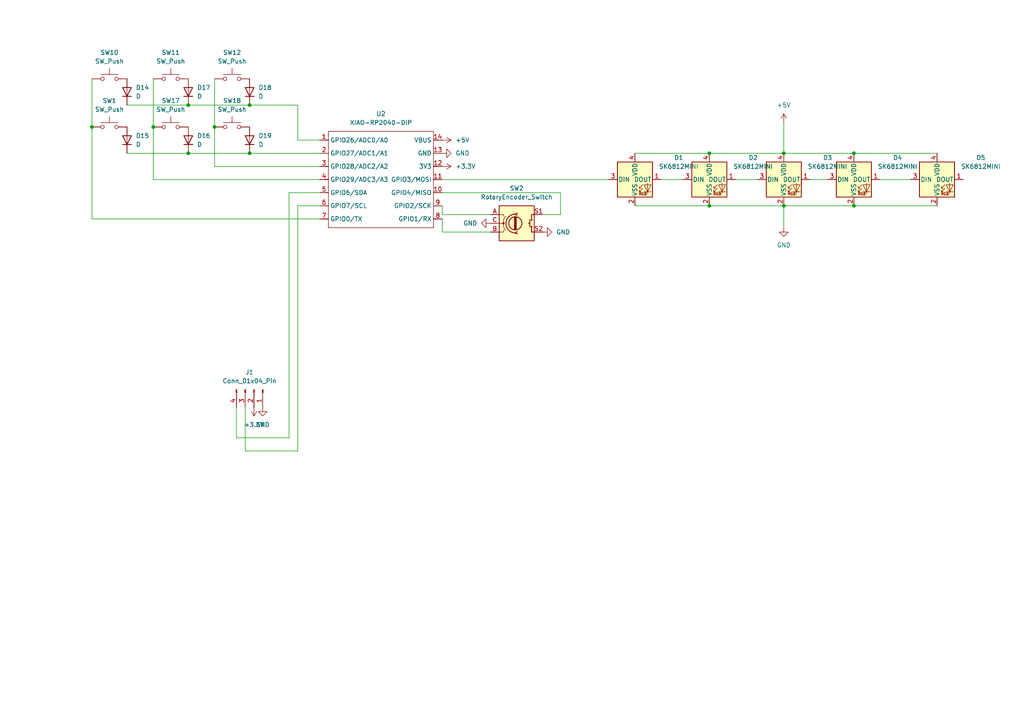
<source format=kicad_sch>
(kicad_sch (version 20231120) (generator "eeschema") (generator_version "8.0")
  (paper "A4")
  (lib_symbols
    (symbol "Connector:Conn_01x04_Pin" (pin_names (offset 1.016) hide)
      (property "Reference" "J" (at 0 5.08 0))
      (property "Value" "Conn_01x04_Pin" (at 0 -7.62 0))
      (symbol "Conn_01x04_Pin_1_1"
        (polyline (pts (xy 1.27 -5.08) (xy 0.8636 -5.08)) (stroke (width 0.1524)))
        (polyline (pts (xy 1.27 -2.54) (xy 0.8636 -2.54)) (stroke (width 0.1524)))
        (polyline (pts (xy 1.27 0) (xy 0.8636 0)) (stroke (width 0.1524)))
        (polyline (pts (xy 1.27 2.54) (xy 0.8636 2.54)) (stroke (width 0.1524)))
        (rectangle (start 0.8636 -4.953) (end 0 -5.207) (stroke (width 0.1524)) (fill (type outline)))
        (rectangle (start 0.8636 -2.413) (end 0 -2.667) (stroke (width 0.1524)) (fill (type outline)))
        (rectangle (start 0.8636 0.127) (end 0 -0.127) (stroke (width 0.1524)) (fill (type outline)))
        (rectangle (start 0.8636 2.667) (end 0 2.413) (stroke (width 0.1524)) (fill (type outline)))
        (pin passive line (at 5.08 2.54 180) (length 3.81) (name "Pin_1") (number "1"))
        (pin passive line (at 5.08 0 180) (length 3.81) (name "Pin_2") (number "2"))
        (pin passive line (at 5.08 -2.54 180) (length 3.81) (name "Pin_3") (number "3"))
        (pin passive line (at 5.08 -5.08 180) (length 3.81) (name "Pin_4") (number "4"))
      )
    )
    (symbol "Device:D" (pin_numbers hide) (pin_names (offset 1.016) hide)
      (property "Reference" "D" (at 0 2.54 0))
      (property "Value" "D" (at 0 -2.54 0))
      (symbol "D_0_1"
        (polyline (pts (xy -1.27 1.27) (xy -1.27 -1.27)) (stroke (width 0.254)))
        (polyline (pts (xy 1.27 0) (xy -1.27 0)))
        (polyline (pts (xy 1.27 1.27) (xy 1.27 -1.27) (xy -1.27 0) (xy 1.27 1.27)) (stroke (width 0.254)))
      )
      (symbol "D_1_1"
        (pin passive line (at -3.81 0 0) (length 2.54) (name "K") (number "1"))
        (pin passive line (at 3.81 0 180) (length 2.54) (name "A") (number "2"))
      )
    )
    (symbol "Device:RotaryEncoder_Switch" (pin_names (offset 0.254) hide)
      (property "Reference" "SW" (at 0 6.604 0))
      (property "Value" "RotaryEncoder_Switch" (at 0 -6.604 0))
      (symbol "RotaryEncoder_Switch_0_1"
        (rectangle (start -5.08 5.08) (end 5.08 -5.08) (stroke (width 0.254)) (fill (type background)))
        (circle (center -3.81 0) (radius 0.254) (fill (type outline)))
        (circle (center -0.381 0) (radius 1.905) (stroke (width 0.254)))
        (arc (start -0.381 2.667) (mid -3.0988 -0.0635) (end -0.381 -2.794) (stroke (width 0.254)))
        (polyline (pts (xy -0.635 -1.778) (xy -0.635 1.778)) (stroke (width 0.254)))
        (polyline (pts (xy -0.381 -1.778) (xy -0.381 1.778)) (stroke (width 0.254)))
        (polyline (pts (xy -0.127 1.778) (xy -0.127 -1.778)) (stroke (width 0.254)))
        (polyline (pts (xy 3.81 0) (xy 3.429 0)) (stroke (width 0.254)))
        (polyline (pts (xy 3.81 1.016) (xy 3.81 -1.016)) (stroke (width 0.254)))
        (polyline (pts (xy -5.08 -2.54) (xy -3.81 -2.54) (xy -3.81 -2.032)))
        (polyline (pts (xy -5.08 2.54) (xy -3.81 2.54) (xy -3.81 2.032)))
        (polyline (pts (xy 0.254 -3.048) (xy -0.508 -2.794) (xy 0.127 -2.413)) (stroke (width 0.254)))
        (polyline (pts (xy 0.254 2.921) (xy -0.508 2.667) (xy 0.127 2.286)) (stroke (width 0.254)))
        (polyline (pts (xy 5.08 -2.54) (xy 4.318 -2.54) (xy 4.318 -1.016)) (stroke (width 0.254)))
        (polyline (pts (xy 5.08 2.54) (xy 4.318 2.54) (xy 4.318 1.016)) (stroke (width 0.254)))
        (polyline (pts (xy -5.08 0) (xy -3.81 0) (xy -3.81 -1.016) (xy -3.302 -2.032)))
        (polyline (pts (xy -4.318 0) (xy -3.81 0) (xy -3.81 1.016) (xy -3.302 2.032)))
        (circle (center 4.318 -1.016) (radius 0.127) (stroke (width 0.254)))
        (circle (center 4.318 1.016) (radius 0.127) (stroke (width 0.254)))
      )
      (symbol "RotaryEncoder_Switch_1_1"
        (pin passive line (at -7.62 2.54 0) (length 2.54) (name "A") (number "A"))
        (pin passive line (at -7.62 -2.54 0) (length 2.54) (name "B") (number "B"))
        (pin passive line (at -7.62 0 0) (length 2.54) (name "C") (number "C"))
        (pin passive line (at 7.62 2.54 180) (length 2.54) (name "S1") (number "S1"))
        (pin passive line (at 7.62 -2.54 180) (length 2.54) (name "S2") (number "S2"))
      )
    )
    (symbol "LED:SK6812MINI" (pin_names (offset 0.254))
      (property "Reference" "D" (at 5.08 5.715 0))
      (property "Value" "SK6812MINI" (at 1.27 -5.715 0))
      (symbol "SK6812MINI_0_0"
        (text "RGB" (at 2.286 -4.191 0) (effects (font (size 0.762 0.762))))
      )
      (symbol "SK6812MINI_0_1"
        (polyline (pts (xy 1.27 -3.556) (xy 1.778 -3.556)))
        (polyline (pts (xy 1.27 -2.54) (xy 1.778 -2.54)))
        (polyline (pts (xy 4.699 -3.556) (xy 2.667 -3.556)))
        (polyline (pts (xy 2.286 -2.54) (xy 1.27 -3.556) (xy 1.27 -3.048)))
        (polyline (pts (xy 2.286 -1.524) (xy 1.27 -2.54) (xy 1.27 -2.032)))
        (polyline (pts (xy 3.683 -1.016) (xy 3.683 -3.556) (xy 3.683 -4.064)))
        (polyline (pts (xy 4.699 -1.524) (xy 2.667 -1.524) (xy 3.683 -3.556) (xy 4.699 -1.524)))
        (rectangle (start 5.08 5.08) (end -5.08 -5.08) (stroke (width 0.254)) (fill (type background)))
      )
      (symbol "SK6812MINI_1_1"
        (pin output line (at 7.62 0 180) (length 2.54) (name "DOUT") (number "1"))
        (pin power_in line (at 0 -7.62 90) (length 2.54) (name "VSS") (number "2"))
        (pin input line (at -7.62 0 0) (length 2.54) (name "DIN") (number "3"))
        (pin power_in line (at 0 7.62 270) (length 2.54) (name "VDD") (number "4"))
      )
    )
    (symbol "OPL:XIAO-RP2040-DIP"
      (property "Reference" "U" (at 0 0 0))
      (property "Value" "XIAO-RP2040-DIP" (at 5.334 -1.778 0))
      (symbol "XIAO-RP2040-DIP_1_0"
        (polyline (pts (xy -1.27 -30.48) (xy -1.27 -16.51)) (stroke (width 0.1524)))
        (polyline (pts (xy -1.27 -27.94) (xy -2.54 -27.94)) (stroke (width 0.1524)))
        (polyline (pts (xy -1.27 -24.13) (xy -2.54 -24.13)) (stroke (width 0.1524)))
        (polyline (pts (xy -1.27 -20.32) (xy -2.54 -20.32)) (stroke (width 0.1524)))
        (polyline (pts (xy -1.27 -16.51) (xy -2.54 -16.51)) (stroke (width 0.1524)))
        (polyline (pts (xy -1.27 -16.51) (xy -1.27 -12.7)) (stroke (width 0.1524)))
        (polyline (pts (xy -1.27 -12.7) (xy -2.54 -12.7)) (stroke (width 0.1524)))
        (polyline (pts (xy -1.27 -12.7) (xy -1.27 -8.89)) (stroke (width 0.1524)))
        (polyline (pts (xy -1.27 -8.89) (xy -2.54 -8.89)) (stroke (width 0.1524)))
        (polyline (pts (xy -1.27 -8.89) (xy -1.27 -5.08)) (stroke (width 0.1524)))
        (polyline (pts (xy -1.27 -5.08) (xy -2.54 -5.08)) (stroke (width 0.1524)))
        (polyline (pts (xy -1.27 -5.08) (xy -1.27 -2.54)) (stroke (width 0.1524)))
        (polyline (pts (xy -1.27 -2.54) (xy 29.21 -2.54)) (stroke (width 0.1524)))
        (polyline (pts (xy 29.21 -30.48) (xy -1.27 -30.48)) (stroke (width 0.1524)))
        (polyline (pts (xy 29.21 -12.7) (xy 29.21 -30.48)) (stroke (width 0.1524)))
        (polyline (pts (xy 29.21 -8.89) (xy 29.21 -12.7)) (stroke (width 0.1524)))
        (polyline (pts (xy 29.21 -5.08) (xy 29.21 -8.89)) (stroke (width 0.1524)))
        (polyline (pts (xy 29.21 -2.54) (xy 29.21 -5.08)) (stroke (width 0.1524)))
        (polyline (pts (xy 30.48 -27.94) (xy 29.21 -27.94)) (stroke (width 0.1524)))
        (polyline (pts (xy 30.48 -24.13) (xy 29.21 -24.13)) (stroke (width 0.1524)))
        (polyline (pts (xy 30.48 -20.32) (xy 29.21 -20.32)) (stroke (width 0.1524)))
        (polyline (pts (xy 30.48 -16.51) (xy 29.21 -16.51)) (stroke (width 0.1524)))
        (polyline (pts (xy 30.48 -12.7) (xy 29.21 -12.7)) (stroke (width 0.1524)))
        (polyline (pts (xy 30.48 -8.89) (xy 29.21 -8.89)) (stroke (width 0.1524)))
        (polyline (pts (xy 30.48 -5.08) (xy 29.21 -5.08)) (stroke (width 0.1524)))
        (pin passive line (at -3.81 -5.08 0) (length 2.54) (name "GPIO26/ADC0/A0") (number "1"))
        (pin passive line (at 31.75 -20.32 180) (length 2.54) (name "GPIO4/MISO") (number "10"))
        (pin passive line (at 31.75 -16.51 180) (length 2.54) (name "GPIO3/MOSI") (number "11"))
        (pin passive line (at 31.75 -12.7 180) (length 2.54) (name "3V3") (number "12"))
        (pin passive line (at 31.75 -8.89 180) (length 2.54) (name "GND") (number "13"))
        (pin passive line (at 31.75 -5.08 180) (length 2.54) (name "VBUS") (number "14"))
        (pin passive line (at -3.81 -8.89 0) (length 2.54) (name "GPIO27/ADC1/A1") (number "2"))
        (pin passive line (at -3.81 -12.7 0) (length 2.54) (name "GPIO28/ADC2/A2") (number "3"))
        (pin passive line (at -3.81 -16.51 0) (length 2.54) (name "GPIO29/ADC3/A3") (number "4"))
        (pin passive line (at -3.81 -20.32 0) (length 2.54) (name "GPIO6/SDA") (number "5"))
        (pin passive line (at -3.81 -24.13 0) (length 2.54) (name "GPIO7/SCL") (number "6"))
        (pin passive line (at -3.81 -27.94 0) (length 2.54) (name "GPIO0/TX") (number "7"))
        (pin passive line (at 31.75 -27.94 180) (length 2.54) (name "GPIO1/RX") (number "8"))
        (pin passive line (at 31.75 -24.13 180) (length 2.54) (name "GPIO2/SCK") (number "9"))
      )
    )
    (symbol "Switch:SW_Push" (pin_numbers hide) (pin_names (offset 1.016) hide)
      (property "Reference" "SW" (at 1.27 2.54 0))
      (property "Value" "SW_Push" (at 0 -1.524 0))
      (symbol "SW_Push_0_1"
        (circle (center -2.032 0) (radius 0.508))
        (polyline (pts (xy 0 1.27) (xy 0 3.048)))
        (polyline (pts (xy 2.54 1.27) (xy -2.54 1.27)))
        (circle (center 2.032 0) (radius 0.508))
        (pin passive line (at -5.08 0 0) (length 2.54) (name "1") (number "1"))
        (pin passive line (at 5.08 0 180) (length 2.54) (name "2") (number "2"))
      )
    )
    (symbol "power:+3.3V" (power) (pin_numbers hide) (pin_names (offset 0) hide)
      (property "Value" "+3.3V" (at 0 3.556 0))
      (symbol "+3.3V_0_1"
        (polyline (pts (xy -0.762 1.27) (xy 0 2.54)))
        (polyline (pts (xy 0 0) (xy 0 2.54)))
        (polyline (pts (xy 0 2.54) (xy 0.762 1.27)))
      )
      (symbol "+3.3V_1_1"
        (pin power_in line (at 0 0 90) (length 0) (name "~") (number "1"))
      )
    )
    (symbol "power:+5V" (power) (pin_numbers hide) (pin_names (offset 0) hide)
      (property "Value" "+5V" (at 0 3.556 0))
      (symbol "+5V_0_1"
        (polyline (pts (xy -0.762 1.27) (xy 0 2.54)))
        (polyline (pts (xy 0 0) (xy 0 2.54)))
        (polyline (pts (xy 0 2.54) (xy 0.762 1.27)))
      )
      (symbol "+5V_1_1"
        (pin power_in line (at 0 0 90) (length 0) (name "~") (number "1"))
      )
    )
    (symbol "power:GND" (power) (pin_numbers hide) (pin_names (offset 0) hide)
      (property "Value" "GND" (at 0 -3.81 0))
      (symbol "GND_0_1"
        (polyline (pts (xy 0 0) (xy 0 -1.27) (xy 1.27 -1.27) (xy 0 -2.54) (xy -1.27 -1.27) (xy 0 -1.27)))
      )
      (symbol "GND_1_1"
        (pin power_in line (at 0 0 270) (length 0) (name "~") (number "1"))
      )
    )
  )
  (junction (at 26.67 36.83))
  (junction (at 227.33 59.69))
  (junction (at 247.65 44.45))
  (junction (at 205.74 59.69))
  (junction (at 54.61 30.48))
  (junction (at 44.45 36.83))
  (junction (at 247.65 59.69))
  (junction (at 54.61 44.45))
  (junction (at 62.23 36.83))
  (junction (at 205.74 44.45))
  (junction (at 72.39 44.45))
  (junction (at 227.33 44.45))
  (junction (at 72.39 30.48))
  (wire (pts (xy 62.23 22.86) (xy 62.23 36.83)))
  (wire (pts (xy 162.56 62.23) (xy 162.56 55.88)))
  (wire (pts (xy 128.27 52.07) (xy 176.53 52.07)))
  (wire (pts (xy 83.82 55.88) (xy 92.71 55.88)))
  (wire (pts (xy 227.33 35.56) (xy 227.33 44.45)))
  (wire (pts (xy 86.36 130.81) (xy 86.36 59.69)))
  (wire (pts (xy 86.36 40.64) (xy 86.36 30.48)))
  (wire (pts (xy 157.48 62.23) (xy 162.56 62.23)))
  (wire (pts (xy 72.39 30.48) (xy 86.36 30.48)))
  (wire (pts (xy 68.58 118.11) (xy 68.58 127)))
  (wire (pts (xy 227.33 59.69) (xy 227.33 66.04)))
  (wire (pts (xy 92.71 48.26) (xy 62.23 48.26)))
  (wire (pts (xy 26.67 22.86) (xy 26.67 36.83)))
  (wire (pts (xy 83.82 127) (xy 83.82 55.88)))
  (wire (pts (xy 162.56 55.88) (xy 128.27 55.88)))
  (wire (pts (xy 205.74 44.45) (xy 227.33 44.45)))
  (wire (pts (xy 36.83 30.48) (xy 54.61 30.48)))
  (wire (pts (xy 142.24 67.31) (xy 128.27 67.31)))
  (wire (pts (xy 255.27 52.07) (xy 264.16 52.07)))
  (wire (pts (xy 71.12 130.81) (xy 86.36 130.81)))
  (wire (pts (xy 68.58 127) (xy 83.82 127)))
  (wire (pts (xy 44.45 22.86) (xy 44.45 36.83)))
  (wire (pts (xy 86.36 59.69) (xy 92.71 59.69)))
  (wire (pts (xy 247.65 59.69) (xy 271.78 59.69)))
  (wire (pts (xy 36.83 44.45) (xy 54.61 44.45)))
  (wire (pts (xy 92.71 52.07) (xy 44.45 52.07)))
  (wire (pts (xy 184.15 44.45) (xy 205.74 44.45)))
  (wire (pts (xy 227.33 59.69) (xy 247.65 59.69)))
  (wire (pts (xy 142.24 62.23) (xy 128.27 62.23)))
  (wire (pts (xy 213.36 52.07) (xy 219.71 52.07)))
  (wire (pts (xy 234.95 52.07) (xy 240.03 52.07)))
  (wire (pts (xy 72.39 44.45) (xy 92.71 44.45)))
  (wire (pts (xy 54.61 44.45) (xy 72.39 44.45)))
  (wire (pts (xy 184.15 59.69) (xy 205.74 59.69)))
  (wire (pts (xy 71.12 118.11) (xy 71.12 130.81)))
  (wire (pts (xy 26.67 63.5) (xy 26.67 36.83)))
  (wire (pts (xy 92.71 63.5) (xy 26.67 63.5)))
  (wire (pts (xy 128.27 67.31) (xy 128.27 63.5)))
  (wire (pts (xy 54.61 30.48) (xy 72.39 30.48)))
  (wire (pts (xy 191.77 52.07) (xy 198.12 52.07)))
  (wire (pts (xy 227.33 44.45) (xy 247.65 44.45)))
  (wire (pts (xy 247.65 44.45) (xy 271.78 44.45)))
  (wire (pts (xy 205.74 59.69) (xy 227.33 59.69)))
  (wire (pts (xy 92.71 40.64) (xy 86.36 40.64)))
  (wire (pts (xy 62.23 48.26) (xy 62.23 36.83)))
  (wire (pts (xy 44.45 52.07) (xy 44.45 36.83)))
  (wire (pts (xy 128.27 62.23) (xy 128.27 59.69)))
  (symbol (lib_id "LED:SK6812MINI") (at 271.78 52.07 0) (unit 1)
    (property "Reference" "D5" (at 284.48 45.7514 0))
    (property "Value" "SK6812MINI" (at 284.48 48.2914 0))
    (property "Footprint" "LED_SMD:LED_SK6812MINI_PLCC4_3.5x3.5mm_P1.75mm" (effects (hide yes)))
    (property "Datasheet" "https://cdn-shop.adafruit.com/product-files/2686/SK6812MINI_REV.01-1-2.pdf" (effects (hide yes)))
    (property "Description" "RGB LED with integrated controller" (effects (hide yes)))
  )
  (symbol (lib_id "Device:D") (at 54.61 26.67 90) (unit 1)
    (property "Reference" "D17" (at 57.15 25.3999 90) (effects (justify right)))
    (property "Value" "D" (at 57.15 27.9399 90) (effects (justify right)))
    (property "Footprint" "Diode_THT:D_DO-35_SOD27_P7.62mm_Horizontal" (effects (hide yes)))
    (property "Description" "Diode" (effects (hide yes)))
    (property "Sim.Device" "D" (effects (hide yes)))
    (property "Sim.Pins" "1=K 2=A" (effects (hide yes)))
  )
  (symbol (lib_id "Switch:SW_Push") (at 31.75 22.86 0) (unit 1)
    (property "Reference" "SW10" (at 31.75 15.24 0))
    (property "Value" "SW_Push" (at 31.75 17.78 0))
    (property "Footprint" "Button_Switch_Keyboard:SW_Cherry_MX_1.00u_PCB" (effects (hide yes)))
    (property "Description" "Push button switch, generic, two pins" (effects (hide yes)))
  )
  (symbol (lib_id "Device:D") (at 36.83 40.64 90) (unit 1)
    (property "Reference" "D15" (at 39.37 39.3699 90) (effects (justify right)))
    (property "Value" "D" (at 39.37 41.9099 90) (effects (justify right)))
    (property "Footprint" "Diode_THT:D_DO-35_SOD27_P7.62mm_Horizontal" (effects (hide yes)))
    (property "Description" "Diode" (effects (hide yes)))
    (property "Sim.Device" "D" (effects (hide yes)))
    (property "Sim.Pins" "1=K 2=A" (effects (hide yes)))
  )
  (symbol (lib_id "LED:SK6812MINI") (at 227.33 52.07 0) (unit 1)
    (property "Reference" "D3" (at 240.03 45.7514 0))
    (property "Value" "SK6812MINI" (at 240.03 48.2914 0))
    (property "Footprint" "LED_SMD:LED_SK6812MINI_PLCC4_3.5x3.5mm_P1.75mm" (effects (hide yes)))
    (property "Datasheet" "https://cdn-shop.adafruit.com/product-files/2686/SK6812MINI_REV.01-1-2.pdf" (effects (hide yes)))
    (property "Description" "RGB LED with integrated controller" (effects (hide yes)))
  )
  (symbol (lib_id "power:GND") (at 128.27 44.45 90) (unit 1)
    (property "Reference" "#PWR011" (effects (hide yes)))
    (property "Value" "GND" (at 132.08 44.4499 90) (effects (justify right)))
    (property "Description" "Power symbol creates a global label with name \"GND\" , ground" (effects (hide yes)))
  )
  (symbol (lib_id "Switch:SW_Push") (at 49.53 22.86 0) (unit 1)
    (property "Reference" "SW11" (at 49.53 15.24 0))
    (property "Value" "SW_Push" (at 49.53 17.78 0))
    (property "Footprint" "Button_Switch_Keyboard:SW_Cherry_MX_1.00u_PCB" (effects (hide yes)))
    (property "Description" "Push button switch, generic, two pins" (effects (hide yes)))
  )
  (symbol (lib_id "Device:D") (at 72.39 26.67 90) (unit 1)
    (property "Reference" "D18" (at 74.93 25.3999 90) (effects (justify right)))
    (property "Value" "D" (at 74.93 27.9399 90) (effects (justify right)))
    (property "Footprint" "Diode_THT:D_DO-35_SOD27_P7.62mm_Horizontal" (effects (hide yes)))
    (property "Description" "Diode" (effects (hide yes)))
    (property "Sim.Device" "D" (effects (hide yes)))
    (property "Sim.Pins" "1=K 2=A" (effects (hide yes)))
  )
  (symbol (lib_id "Device:D") (at 72.39 40.64 90) (unit 1)
    (property "Reference" "D19" (at 74.93 39.3699 90) (effects (justify right)))
    (property "Value" "D" (at 74.93 41.9099 90) (effects (justify right)))
    (property "Footprint" "Diode_THT:D_DO-35_SOD27_P7.62mm_Horizontal" (effects (hide yes)))
    (property "Description" "Diode" (effects (hide yes)))
    (property "Sim.Device" "D" (effects (hide yes)))
    (property "Sim.Pins" "1=K 2=A" (effects (hide yes)))
  )
  (symbol (lib_id "power:+3.3V") (at 128.27 48.26 270) (unit 1)
    (property "Reference" "#PWR012" (effects (hide yes)))
    (property "Value" "+3.3V" (at 132.08 48.2599 90) (effects (justify left)))
    (property "Description" "Power symbol creates a global label with name \"+3.3V\"" (effects (hide yes)))
  )
  (symbol (lib_id "Switch:SW_Push") (at 31.75 36.83 0) (unit 1)
    (property "Reference" "SW1" (at 31.75 29.21 0))
    (property "Value" "SW_Push" (at 31.75 31.75 0))
    (property "Footprint" "Button_Switch_Keyboard:SW_Cherry_MX_1.00u_PCB" (effects (hide yes)))
    (property "Description" "Push button switch, generic, two pins" (effects (hide yes)))
  )
  (symbol (lib_id "LED:SK6812MINI") (at 247.65 52.07 0) (unit 1)
    (property "Reference" "D4" (at 260.35 45.7514 0))
    (property "Value" "SK6812MINI" (at 260.35 48.2914 0))
    (property "Footprint" "LED_SMD:LED_SK6812MINI_PLCC4_3.5x3.5mm_P1.75mm" (effects (hide yes)))
    (property "Datasheet" "https://cdn-shop.adafruit.com/product-files/2686/SK6812MINI_REV.01-1-2.pdf" (effects (hide yes)))
    (property "Description" "RGB LED with integrated controller" (effects (hide yes)))
  )
  (symbol (lib_id "power:+5V") (at 128.27 40.64 270) (unit 1)
    (property "Reference" "#PWR010" (effects (hide yes)))
    (property "Value" "+5V" (at 132.08 40.6399 90) (effects (justify left)))
    (property "Description" "Power symbol creates a global label with name \"+5V\"" (effects (hide yes)))
  )
  (symbol (lib_id "power:+5V") (at 227.33 35.56 0) (unit 1)
    (property "Reference" "#PWR021" (effects (hide yes)))
    (property "Value" "+5V" (at 227.33 30.48 0))
    (property "Description" "Power symbol creates a global label with name \"+5V\"" (effects (hide yes)))
  )
  (symbol (lib_id "OPL:XIAO-RP2040-DIP") (at 96.52 35.56 0) (unit 1)
    (property "Reference" "U2" (at 110.49 33.02 0))
    (property "Value" "XIAO-RP2040-DIP" (at 110.49 35.56 0))
    (property "Footprint" "OPL:XIAO-RP2040-DIP" (effects (hide yes)))
  )
  (symbol (lib_id "Device:RotaryEncoder_Switch") (at 149.86 64.77 0) (unit 1)
    (property "Reference" "SW2" (at 149.86 54.61 0))
    (property "Value" "RotaryEncoder_Switch" (at 149.86 57.15 0))
    (property "Footprint" "Rotary_Encoder:RotaryEncoder_Alps_EC11E-Switch_Vertical_H20mm_CircularMountingHoles" (effects (hide yes)))
    (property "Description" "Rotary encoder, dual channel, incremental quadrate outputs, with switch" (effects (hide yes)))
  )
  (symbol (lib_id "power:GND") (at 157.48 67.31 90) (unit 1)
    (property "Reference" "#PWR01" (effects (hide yes)))
    (property "Value" "GND" (at 161.29 67.3099 90) (effects (justify right)))
    (property "Description" "Power symbol creates a global label with name \"GND\" , ground" (effects (hide yes)))
  )
  (symbol (lib_id "power:+3.3V") (at 73.66 118.11 180) (unit 1)
    (property "Reference" "#PWR03" (effects (hide yes)))
    (property "Value" "+3.3V" (at 73.66 123.19 0))
    (property "Description" "Power symbol creates a global label with name \"+3.3V\"" (effects (hide yes)))
  )
  (symbol (lib_id "Switch:SW_Push") (at 49.53 36.83 0) (unit 1)
    (property "Reference" "SW17" (at 49.53 29.21 0))
    (property "Value" "SW_Push" (at 49.53 31.75 0))
    (property "Footprint" "Button_Switch_Keyboard:SW_Cherry_MX_1.00u_PCB" (effects (hide yes)))
    (property "Description" "Push button switch, generic, two pins" (effects (hide yes)))
  )
  (symbol (lib_id "Switch:SW_Push") (at 67.31 22.86 0) (unit 1)
    (property "Reference" "SW12" (at 67.31 15.24 0))
    (property "Value" "SW_Push" (at 67.31 17.78 0))
    (property "Footprint" "Button_Switch_Keyboard:SW_Cherry_MX_1.00u_PCB" (effects (hide yes)))
    (property "Description" "Push button switch, generic, two pins" (effects (hide yes)))
  )
  (symbol (lib_id "power:GND") (at 76.2 118.11 0) (unit 1)
    (property "Reference" "#PWR04" (effects (hide yes)))
    (property "Value" "GND" (at 76.2 123.19 0))
    (property "Description" "Power symbol creates a global label with name \"GND\" , ground" (effects (hide yes)))
  )
  (symbol (lib_id "Device:D") (at 54.61 40.64 90) (unit 1)
    (property "Reference" "D16" (at 57.15 39.3699 90) (effects (justify right)))
    (property "Value" "D" (at 57.15 41.9099 90) (effects (justify right)))
    (property "Footprint" "Diode_THT:D_DO-35_SOD27_P7.62mm_Horizontal" (effects (hide yes)))
    (property "Description" "Diode" (effects (hide yes)))
    (property "Sim.Device" "D" (effects (hide yes)))
    (property "Sim.Pins" "1=K 2=A" (effects (hide yes)))
  )
  (symbol (lib_id "Switch:SW_Push") (at 67.31 36.83 0) (unit 1)
    (property "Reference" "SW18" (at 67.31 29.21 0))
    (property "Value" "SW_Push" (at 67.31 31.75 0))
    (property "Footprint" "Button_Switch_Keyboard:SW_Cherry_MX_1.00u_PCB" (effects (hide yes)))
    (property "Description" "Push button switch, generic, two pins" (effects (hide yes)))
  )
  (symbol (lib_id "LED:SK6812MINI") (at 205.74 52.07 0) (unit 1)
    (property "Reference" "D2" (at 218.44 45.7514 0))
    (property "Value" "SK6812MINI" (at 218.44 48.2914 0))
    (property "Footprint" "LED_SMD:LED_SK6812MINI_PLCC4_3.5x3.5mm_P1.75mm" (effects (hide yes)))
    (property "Datasheet" "https://cdn-shop.adafruit.com/product-files/2686/SK6812MINI_REV.01-1-2.pdf" (effects (hide yes)))
    (property "Description" "RGB LED with integrated controller" (effects (hide yes)))
  )
  (symbol (lib_id "Device:D") (at 36.83 26.67 90) (unit 1)
    (property "Reference" "D14" (at 39.37 25.3999 90) (effects (justify right)))
    (property "Value" "D" (at 39.37 27.9399 90) (effects (justify right)))
    (property "Footprint" "Diode_THT:D_DO-35_SOD27_P7.62mm_Horizontal" (effects (hide yes)))
    (property "Description" "Diode" (effects (hide yes)))
    (property "Sim.Device" "D" (effects (hide yes)))
    (property "Sim.Pins" "1=K 2=A" (effects (hide yes)))
  )
  (symbol (lib_id "power:GND") (at 142.24 64.77 270) (unit 1)
    (property "Reference" "#PWR02" (effects (hide yes)))
    (property "Value" "GND" (at 138.43 64.7699 90) (effects (justify right)))
    (property "Description" "Power symbol creates a global label with name \"GND\" , ground" (effects (hide yes)))
  )
  (symbol (lib_id "Connector:Conn_01x04_Pin") (at 73.66 113.03 270) (unit 1)
    (property "Reference" "J1" (at 72.39 107.95 90))
    (property "Value" "Conn_01x04_Pin" (at 72.39 110.49 90))
    (property "Footprint" "SSD1306:SSD1306-0.91-OLED-4pin-128x32" (effects (hide yes)))
    (property "Description" "Generic connector, single row, 01x04, script generated" (effects (hide yes)))
  )
  (symbol (lib_id "power:GND") (at 227.33 66.04 0) (unit 1)
    (property "Reference" "#PWR022" (effects (hide yes)))
    (property "Value" "GND" (at 227.33 71.12 0))
    (property "Description" "Power symbol creates a global label with name \"GND\" , ground" (effects (hide yes)))
  )
  (symbol (lib_id "LED:SK6812MINI") (at 184.15 52.07 0) (unit 1)
    (property "Reference" "D1" (at 196.85 45.7514 0))
    (property "Value" "SK6812MINI" (at 196.85 48.2914 0))
    (property "Footprint" "LED_SMD:LED_SK6812MINI_PLCC4_3.5x3.5mm_P1.75mm" (effects (hide yes)))
    (property "Datasheet" "https://cdn-shop.adafruit.com/product-files/2686/SK6812MINI_REV.01-1-2.pdf" (effects (hide yes)))
    (property "Description" "RGB LED with integrated controller" (effects (hide yes)))
  )
)
</source>
